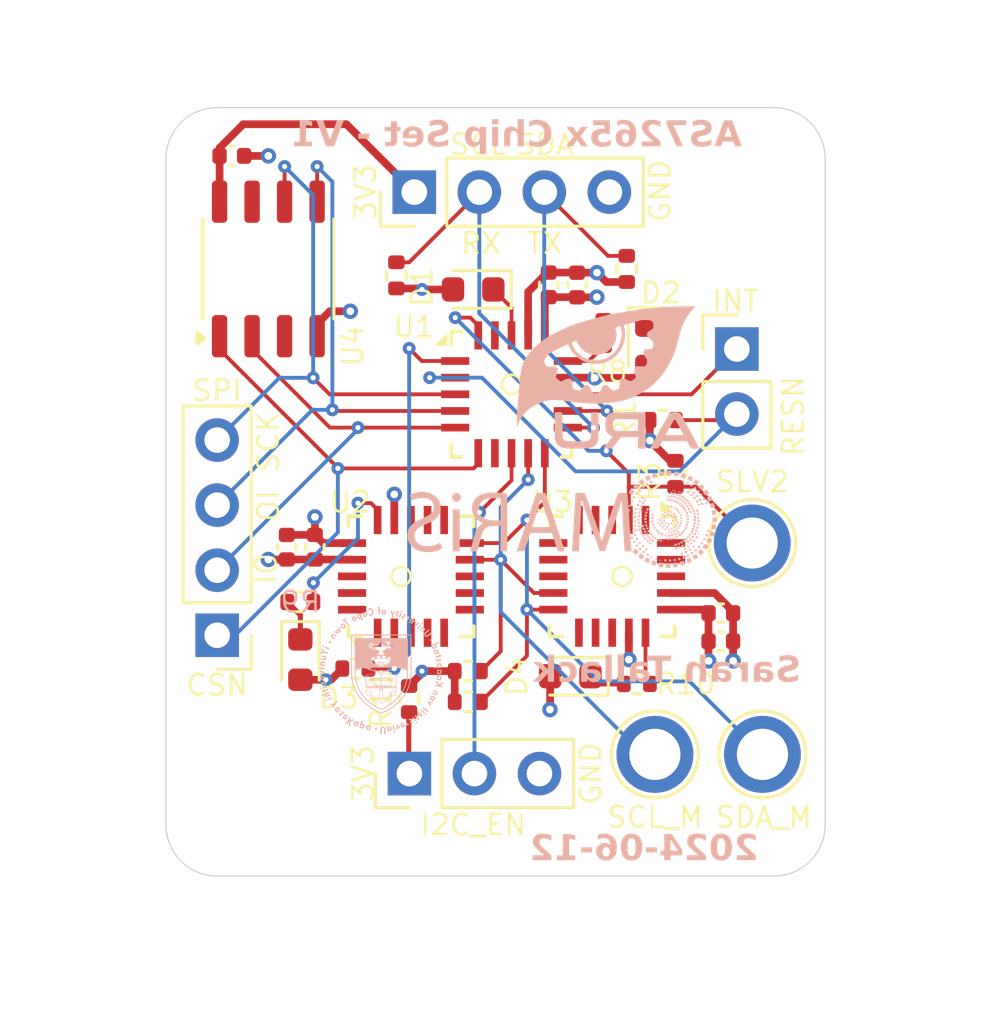
<source format=kicad_pcb>
(kicad_pcb (version 20240108) (generator "pcbnew") (generator_version "8.0")
  (title_block (title "AS7265x Chip Set") (date "2024-06-12") (rev "1") (company "University of Cape Town") (comment 1 "Sarah Tallack"))
  (layers (0 "F.Cu" signal) (1 "In1.Cu" power) (2 "In2.Cu" power) (31 "B.Cu" signal) (34 "B.Paste" user) (35 "F.Paste" user) (36 "B.SilkS" user "B.Silkscreen") (37 "F.SilkS" user "F.Silkscreen") (38 "B.Mask" user) (39 "F.Mask" user) (44 "Edge.Cuts" user))
  (net 0 "")
  (net 1 "+3.3V")
  (net 2 "GND")
  (net 3 "/LED_IND_1")
  (net 4 "Net-(D2-K)")
  (net 5 "Net-(D3-K)")
  (net 6 "Net-(D4-K)")
  (net 7 "/I2C_EN")
  (net 8 "/SDA{slash}TX")
  (net 9 "/SCL{slash}RX")
  (net 10 "/SCL_M")
  (net 11 "/SDA_M")
  (net 12 "/RESN")
  (net 13 "/CSN_EE")
  (net 14 "/SPI_MOSI")
  (net 15 "/SPI_MISO")
  (net 16 "/SPI_SCK")
  (net 17 "/INT")
  (net 18 "/SLV1_RESN")
  (net 19 "/SLV2_RESN")
  (net 20 "/LED_DRV_1")
  (net 21 "/LED_DRV_2")
  (net 22 "/LED_DRV_3")
  (net 42 "Net-(J5-Pin_1)")
  (footprint "Capacitor_SMD:C_0402_1005Metric" (layer "F.Cu") (at 149.161161 88.053742 -90)
    (property "Reference" "C2" (hide yes))
    (property "Value" "1uF")
    (pad "1" smd roundrect (at -0.48 0 270) (size 0.56 0.62) (layers "F.Cu" "F.Paste" "F.Mask") (net 1 "+3.3V"))
    (pad "2" smd roundrect (at 0.48 0 270) (size 0.56 0.62) (layers "F.Cu" "F.Paste" "F.Mask") (net 2 "GND"))
  )
  (footprint "Package_SO:SOP-8_3.9x4.9mm_P1.27mm" (layer "F.Cu") (at 137.104424 87.427324 90)
    (property "Reference" "U4" (at -3 3.3 -90) (layer "F.SilkS") (effects (font (size 0.8 0.8) (thickness 0.1))))
    (property "Value" "XT25F04D")
    (pad "1" smd roundrect (at -2.625 -1.905 90) (size 1.65 0.6) (layers "F.Cu" "F.Paste" "F.Mask") (net 13 "/CSN_EE"))
    (pad "2" smd roundrect (at -2.625 -0.635 90) (size 1.65 0.6) (layers "F.Cu" "F.Paste" "F.Mask") (net 15 "/SPI_MISO"))
    (pad "3" smd roundrect (at -2.625 0.635 90) (size 1.65 0.6) (layers "F.Cu" "F.Paste" "F.Mask"))
    (pad "4" smd roundrect (at -2.625 1.905 90) (size 1.65 0.6) (layers "F.Cu" "F.Paste" "F.Mask") (net 2 "GND"))
    (pad "5" smd roundrect (at 2.625 1.905 90) (size 1.65 0.6) (layers "F.Cu" "F.Paste" "F.Mask") (net 14 "/SPI_MOSI"))
    (pad "6" smd roundrect (at 2.625 0.635 90) (size 1.65 0.6) (layers "F.Cu" "F.Paste" "F.Mask") (net 16 "/SPI_SCK"))
    (pad "7" smd roundrect (at 2.625 -0.635 90) (size 1.65 0.6) (layers "F.Cu" "F.Paste" "F.Mask"))
    (pad "8" smd roundrect (at 2.625 -1.905 90) (size 1.65 0.6) (layers "F.Cu" "F.Paste" "F.Mask") (net 1 "+3.3V"))
  )
  (footprint "Resistor_SMD:R_0402_1005Metric" (layer "F.Cu") (at 150.204424 89.927324 90)
    (property "Reference" "R8" (at -1.515055 0.143308 0) (layer "F.SilkS") (effects (font (size 0.8 0.8) (thickness 0.1))))
    (property "Value" "220")
    (pad "1" smd roundrect (at -0.51 0 90) (size 0.54 0.64) (layers "F.Cu" "F.Paste" "F.Mask") (net 20 "/LED_DRV_1"))
    (pad "2" smd roundrect (at 0.51 0 90) (size 0.54 0.64) (layers "F.Cu" "F.Paste" "F.Mask") (net 4 "Net-(D2-K)"))
  )
  (footprint "Resistor_SMD:R_0402_1005Metric" (layer "F.Cu") (at 140.504424 103.027324)
    (property "Reference" "R2" (hide yes))
    (property "Value" "10k")
    (pad "1" smd roundrect (at -0.51 0) (size 0.54 0.64) (layers "F.Cu" "F.Paste" "F.Mask") (net 1 "+3.3V"))
    (pad "2" smd roundrect (at 0.51 0) (size 0.54 0.64) (layers "F.Cu" "F.Paste" "F.Mask") (net 18 "/SLV1_RESN"))
  )
  (footprint "Resistor_SMD:R_0402_1005Metric" (layer "F.Cu") (at 151.104424 87.427324 -90)
    (property "Reference" "R7" (hide yes))
    (property "Value" "4.7k")
    (pad "1" smd roundrect (at -0.51 0 270) (size 0.54 0.64) (layers "F.Cu" "F.Paste" "F.Mask") (net 8 "/SDA{slash}TX"))
    (pad "2" smd roundrect (at 0.51 0 270) (size 0.54 0.64) (layers "F.Cu" "F.Paste" "F.Mask") (net 1 "+3.3V"))
  )
  (footprint "Resistor_SMD:R_0402_1005Metric" (layer "F.Cu") (at 144.894424 103.127324 180)
    (property "Reference" "R4" (hide yes))
    (property "Value" "4.7k")
    (pad "1" smd roundrect (at -0.51 0 180) (size 0.54 0.64) (layers "F.Cu" "F.Paste" "F.Mask") (net 10 "/SCL_M"))
    (pad "2" smd roundrect (at 0.51 0 180) (size 0.54 0.64) (layers "F.Cu" "F.Paste" "F.Mask") (net 1 "+3.3V"))
  )
  (footprint "Capacitor_SMD:C_0402_1005Metric" (layer "F.Cu") (at 138.923707 98.289134 90)
    (property "Reference" "C3" (hide yes))
    (property "Value" "100nF")
    (pad "1" smd roundrect (at -0.48 0 90) (size 0.56 0.62) (layers "F.Cu" "F.Paste" "F.Mask") (net 1 "+3.3V"))
    (pad "2" smd roundrect (at 0.48 0 90) (size 0.56 0.62) (layers "F.Cu" "F.Paste" "F.Mask") (net 2 "GND"))
  )
  (footprint "Diode_SMD:D_0603_1608Metric" (layer "F.Cu") (at 148.899424 103.327324 180)
    (property "Reference" "D4" (at 2.095 0 -90) (layer "F.SilkS") (effects (font (size 0.8 0.8) (thickness 0.1))))
    (property "Value" "WH")
    (pad "1" smd roundrect (at -0.7875 0 180) (size 0.875 0.95) (layers "F.Cu" "F.Paste" "F.Mask") (net 6 "Net-(D4-K)"))
    (pad "2" smd roundrect (at 0.7875 0 180) (size 0.875 0.95) (layers "F.Cu" "F.Paste" "F.Mask") (net 1 "+3.3V"))
  )
  (footprint "Resistor_SMD:R_0402_1005Metric" (layer "F.Cu") (at 152.504424 93.327324)
    (property "Reference" "R1" (at -1.470261 0.001487 90) (layer "F.SilkS") (effects (font (size 0.8 0.8) (thickness 0.1))))
    (property "Value" "10k")
    (pad "1" smd roundrect (at -0.51 0) (size 0.54 0.64) (layers "F.Cu" "F.Paste" "F.Mask") (net 1 "+3.3V"))
    (pad "2" smd roundrect (at 0.51 0) (size 0.54 0.64) (layers "F.Cu" "F.Paste" "F.Mask") (net 12 "/RESN"))
  )
  (footprint "TestPoint:TestPoint_Plated_Hole_D2.0mm" (layer "F.Cu") (at 156.004424 98.127324)
    (property "Reference" "TP4" (hide yes))
    (property "Value" "TestPoint")
    (pad "1" thru_hole circle (at 0 0) (size 3 3) (drill 2) (layers "*.Cu" "*.Mask") (net 19 "/SLV2_RESN"))
  )
  (footprint "Connector_PinHeader_2.54mm:PinHeader_1x04_P2.54mm_Vertical" (layer "F.Cu") (at 142.804424 84.427324 90)
    (property "Reference" "J1" (hide yes))
    (property "Value" "Conn_01x04_Pin")
    (pad "1" thru_hole rect (at 0 0 90) (size 1.7 1.7) (drill 1) (layers "*.Cu" "*.Mask") (net 1 "+3.3V"))
    (pad "2" thru_hole oval (at 0 2.54 90) (size 1.7 1.7) (drill 1) (layers "*.Cu" "*.Mask") (net 9 "/SCL{slash}RX"))
    (pad "3" thru_hole oval (at 0 5.08 90) (size 1.7 1.7) (drill 1) (layers "*.Cu" "*.Mask") (net 8 "/SDA{slash}TX"))
    (pad "4" thru_hole oval (at 0 7.62 90) (size 1.7 1.7) (drill 1) (layers "*.Cu" "*.Mask") (net 2 "GND"))
  )
  (footprint "Resistor_SMD:R_0402_1005Metric" (layer "F.Cu") (at 142.104424 87.677324 -90)
    (property "Reference" "R6" (hide yes))
    (property "Value" "4.7k")
    (pad "1" smd roundrect (at -0.51 0 270) (size 0.54 0.64) (layers "F.Cu" "F.Paste" "F.Mask") (net 9 "/SCL{slash}RX"))
    (pad "2" smd roundrect (at 0.51 0 270) (size 0.54 0.64) (layers "F.Cu" "F.Paste" "F.Mask") (net 1 "+3.3V"))
  )
  (footprint "Resistor_SMD:R_0402_1005Metric" (layer "F.Cu") (at 142.604424 104.217324 -90)
    (property "Reference" "R11" (at 0.01 1.1 90) (layer "F.SilkS") (effects (font (size 0.8 0.8) (thickness 0.1))))
    (property "Value" "10k")
    (pad "1" smd roundrect (at -0.51 0 270) (size 0.54 0.64) (layers "F.Cu" "F.Paste" "F.Mask") (net 1 "+3.3V"))
    (pad "2" smd roundrect (at 0.51 0 270) (size 0.54 0.64) (layers "F.Cu" "F.Paste" "F.Mask") (net 42 "Net-(J5-Pin_1)"))
  )
  (footprint "Connector_PinHeader_2.54mm:PinHeader_1x03_P2.54mm_Vertical" (layer "F.Cu") (at 142.614424 107.127324 90)
    (property "Reference" "J5" (hide yes))
    (property "Value" "Conn_01x03_Pin")
    (pad "1" thru_hole rect (at 0 0 90) (size 1.7 1.7) (drill 1) (layers "*.Cu" "*.Mask") (net 42 "Net-(J5-Pin_1)"))
    (pad "2" thru_hole oval (at 0 2.54 90) (size 1.7 1.7) (drill 1) (layers "*.Cu" "*.Mask") (net 7 "/I2C_EN"))
    (pad "3" thru_hole oval (at 0 5.08 90) (size 1.7 1.7) (drill 1) (layers "*.Cu" "*.Mask") (net 2 "GND"))
  )
  (footprint "Capacitor_SMD:C_0402_1005Metric" (layer "F.Cu") (at 154.778239 101.962697 180)
    (property "Reference" "C6" (hide yes))
    (property "Value" "1uF")
    (pad "1" smd roundrect (at -0.48 0 180) (size 0.56 0.62) (layers "F.Cu" "F.Paste" "F.Mask") (net 1 "+3.3V"))
    (pad "2" smd roundrect (at 0.48 0 180) (size 0.56 0.62) (layers "F.Cu" "F.Paste" "F.Mask") (net 2 "GND"))
  )
  (footprint "Connector_PinHeader_2.54mm:PinHeader_1x02_P2.54mm_Vertical" (layer "F.Cu") (at 155.404424 90.552324)
    (property "Reference" "J3" (hide yes))
    (property "Value" "Conn_01x02_Pin")
    (pad "1" thru_hole rect (at 0 0) (size 1.7 1.7) (drill 1) (layers "*.Cu" "*.Mask") (net 17 "/INT"))
    (pad "2" thru_hole oval (at 0 2.54) (size 1.7 1.7) (drill 1) (layers "*.Cu" "*.Mask") (net 12 "/RESN"))
  )
  (footprint "Diode_SMD:D_0603_1608Metric" (layer "F.Cu") (at 151.904424 90.427324 -90)
    (property "Reference" "D2" (at -2.06803 -0.530483 180) (layer "F.SilkS") (effects (font (size 0.8 0.8) (thickness 0.1))))
    (property "Value" "WH")
    (pad "1" smd roundrect (at -0.7875 0 270) (size 0.875 0.95) (layers "F.Cu" "F.Paste" "F.Mask") (net 4 "Net-(D2-K)"))
    (pad "2" smd roundrect (at 0.7875 0 270) (size 0.875 0.95) (layers "F.Cu" "F.Paste" "F.Mask") (net 1 "+3.3V"))
  )
  (footprint "MountingHole:MountingHole_2.2mm_M2" (layer "F.Cu") (at 155.860039 84.117202)
    (property "Reference" "REF**" (hide yes))
    (property "Value" "MountingHole_2.2mm_M2")
    (pad "" np_thru_hole circle (at 0 0) (size 2.2 2.2) (drill 2.2) (layers "*.Mask" "F.Cu" "In1.Cu" "In2.Cu" "B.Cu"))
  )
  (footprint "Diode_SMD:D_0603_1608Metric" (layer "F.Cu") (at 138.354424 102.677324 -90)
    (property "Reference" "D3" (at 1.5 -1.5 180) (layer "F.SilkS") (effects (font (size 0.8 0.8) (thickness 0.1))))
    (property "Value" "WH")
    (pad "1" smd roundrect (at -0.7875 0 270) (size 0.875 0.95) (layers "F.Cu" "F.Paste" "F.Mask") (net 5 "Net-(D3-K)"))
    (pad "2" smd roundrect (at 0.7875 0 270) (size 0.875 0.95) (layers "F.Cu" "F.Paste" "F.Mask") (net 1 "+3.3V"))
  )
  (footprint "Resistor_SMD:R_0402_1005Metric" (layer "F.Cu") (at 144.894424 104.327324 180)
    (property "Reference" "R5" (hide yes))
    (property "Value" "4.7k")
    (pad "1" smd roundrect (at -0.51 0 180) (size 0.54 0.64) (layers "F.Cu" "F.Paste" "F.Mask") (net 11 "/SDA_M"))
    (pad "2" smd roundrect (at 0.51 0 180) (size 0.54 0.64) (layers "F.Cu" "F.Paste" "F.Mask") (net 1 "+3.3V"))
  )
  (footprint "Sarah_Library:AMS_AS7265x_LGA-20_4.7x4.5mm_P0.65mm" (layer "F.Cu") (at 142.279424 99.427324 90)
    (property "Reference" "U2" (at 2.9 -1.975 180) (layer "F.SilkS") (effects (font (size 0.8 0.8) (thickness 0.1))))
    (property "Value" "AS72652")
    (pad "1" smd rect (at -2.201535 -0.906433 180) (size 0.3 1.1) (layers "F.Cu" "F.Paste" "F.Mask"))
    (pad "2" smd rect (at -2.201535 -0.256433 180) (size 0.3 1.1) (layers "F.Cu" "F.Paste" "F.Mask") (net 18 "/SLV1_RESN"))
    (pad "3" smd rect (at -2.201535 0.393567 180) (size 0.3 1.1) (layers "F.Cu" "F.Paste" "F.Mask"))
    (pad "4" smd rect (at -2.201535 1.043567 180) (size 0.3 1.1) (layers "F.Cu" "F.Paste" "F.Mask"))
    (pad "5" smd rect (at -2.201535 1.693567 180) (size 0.3 1.1) (layers "F.Cu" "F.Paste" "F.Mask"))
    (pad "6" smd rect (at -1.301535 2.693567 90) (size 0.3 1.1) (layers "F.Cu" "F.Paste" "F.Mask"))
    (pad "7" smd rect (at -0.651535 2.693567 90) (size 0.3 1.1) (layers "F.Cu" "F.Paste" "F.Mask"))
    (pad "8" smd rect (at -0.001535 2.693567 90) (size 0.3 1.1) (layers "F.Cu" "F.Paste" "F.Mask"))
    (pad "9" smd rect (at 0.648465 2.693567 90) (size 0.3 1.1) (layers "F.Cu" "F.Paste" "F.Mask") (net 10 "/SCL_M"))
    (pad "10" smd rect (at 1.298465 2.693567 90) (size 0.3 1.1) (layers "F.Cu" "F.Paste" "F.Mask") (net 11 "/SDA_M"))
    (pad "11" smd rect (at 2.198465 1.693567 180) (size 0.3 1.1) (layers "F.Cu" "F.Paste" "F.Mask"))
    (pad "12" smd rect (at 2.198465 1.043567 180) (size 0.3 1.1) (layers "F.Cu" "F.Paste" "F.Mask"))
    (pad "13" smd rect (at 2.198465 0.393567 180) (size 0.3 1.1) (layers "F.Cu" "F.Paste" "F.Mask"))
    (pad "14" smd rect (at 2.198465 -0.256433 180) (size 0.3 1.1) (layers "F.Cu" "F.Paste" "F.Mask") (net 1 "+3.3V"))
    (pad "15" smd rect (at 2.198465 -0.906433 180) (size 0.3 1.1) (layers "F.Cu" "F.Paste" "F.Mask") (net 21 "/LED_DRV_2"))
    (pad "16" smd rect (at 1.298465 -1.906433 90) (size 0.3 1.1) (layers "F.Cu" "F.Paste" "F.Mask") (net 2 "GND"))
    (pad "17" smd rect (at 0.648465 -1.906433 90) (size 0.3 1.1) (layers "F.Cu" "F.Paste" "F.Mask") (net 1 "+3.3V"))
    (pad "18" smd rect (at -0.001535 -1.906433 90) (size 0.3 1.1) (layers "F.Cu" "F.Paste" "F.Mask"))
    (pad "19" smd rect (at -0.651535 -1.906433 90) (size 0.3 1.1) (layers "F.Cu" "F.Paste" "F.Mask"))
    (pad "20" smd rect (at -1.301535 -1.906433 90) (size 0.3 1.1) (layers "F.Cu" "F.Paste" "F.Mask"))
  )
  (footprint "Capacitor_SMD:C_0402_1005Metric" (layer "F.Cu") (at 135.67794 83.013078)
    (property "Reference" "C7" (hide yes))
    (property "Value" "1uF")
    (pad "1" smd roundrect (at -0.48 0) (size 0.56 0.62) (layers "F.Cu" "F.Paste" "F.Mask") (net 1 "+3.3V"))
    (pad "2" smd roundrect (at 0.48 0) (size 0.56 0.62) (layers "F.Cu" "F.Paste" "F.Mask") (net 2 "GND"))
  )
  (footprint "TestPoint:TestPoint_Plated_Hole_D2.0mm" (layer "F.Cu") (at 152.204424 106.377324)
    (property "Reference" "TP1" (hide yes))
    (property "Value" "TestPoint")
    (pad "1" thru_hole circle (at 0 0) (size 3 3) (drill 2) (layers "*.Cu" "*.Mask") (net 10 "/SCL_M"))
  )
  (footprint "MountingHole:MountingHole_2.2mm_M2" (layer "F.Cu") (at 136.104424 108.127324)
    (property "Reference" "REF**" (hide yes))
    (property "Value" "MountingHole_2.2mm_M2")
    (pad "" np_thru_hole circle (at 0 0) (size 2.2 2.2) (drill 2.2) (layers "*.Mask" "F.Cu" "In1.Cu" "In2.Cu" "B.Cu"))
  )
  (footprint "Capacitor_SMD:C_0402_1005Metric" (layer "F.Cu") (at 137.823707 98.289134 90)
    (property "Reference" "C4" (hide yes))
    (property "Value" "1uF")
    (pad "1" smd roundrect (at -0.48 0 90) (size 0.56 0.62) (layers "F.Cu" "F.Paste" "F.Mask") (net 1 "+3.3V"))
    (pad "2" smd roundrect (at 0.48 0 90) (size 0.56 0.62) (layers "F.Cu" "F.Paste" "F.Mask") (net 2 "GND"))
  )
  (footprint "Capacitor_SMD:C_0402_1005Metric" (layer "F.Cu") (at 154.778239 100.862697 180)
    (property "Reference" "C5" (hide yes))
    (property "Value" "100nF")
    (pad "1" smd roundrect (at -0.48 0 180) (size 0.56 0.62) (layers "F.Cu" "F.Paste" "F.Mask") (net 1 "+3.3V"))
    (pad "2" smd roundrect (at 0.48 0 180) (size 0.56 0.62) (layers "F.Cu" "F.Paste" "F.Mask") (net 2 "GND"))
  )
  (footprint "Sarah_Library:AMS_AS7265x_LGA-20_4.7x4.5mm_P0.65mm" (layer "F.Cu") (at 150.929424 99.427324 -90)
    (property "Reference" "U3" (at -2.9 2.725 0) (layer "F.SilkS") (effects (font (size 0.8 0.8) (thickness 0.1))))
    (property "Value" "AS72653")
    (pad "1" smd rect (at -2.201535 -0.906433) (size 0.3 1.1) (layers "F.Cu" "F.Paste" "F.Mask"))
    (pad "2" smd rect (at -2.201535 -0.256433) (size 0.3 1.1) (layers "F.Cu" "F.Paste" "F.Mask") (net 19 "/SLV2_RESN"))
    (pad "3" smd rect (at -2.201535 0.393567) (size 0.3 1.1) (layers "F.Cu" "F.Paste" "F.Mask"))
    (pad "4" smd rect (at -2.201535 1.043567) (size 0.3 1.1) (layers "F.Cu" "F.Paste" "F.Mask"))
    (pad "5" smd rect (at -2.201535 1.693567) (size 0.3 1.1) (layers "F.Cu" "F.Paste" "F.Mask"))
    (pad "6" smd rect (at -1.301535 2.693567 270) (size 0.3 1.1) (layers "F.Cu" "F.Paste" "F.Mask"))
    (pad "7" smd rect (at -0.651535 2.693567 270) (size 0.3 1.1) (layers "F.Cu" "F.Paste" "F.Mask"))
    (pad "8" smd rect (at -0.001535 2.693567 270) (size 0.3 1.1) (layers "F.Cu" "F.Paste" "F.Mask"))
    (pad "9" smd rect (at 0.648465 2.693567 270) (size 0.3 1.1) (layers "F.Cu" "F.Paste" "F.Mask") (net 10 "/SCL_M"))
    (pad "10" smd rect (at 1.298465 2.693567 270) (size 0.3 1.1) (layers "F.Cu" "F.Paste" "F.Mask") (net 11 "/SDA_M"))
    (pad "11" smd rect (at 2.198465 1.693567) (size 0.3 1.1) (layers "F.Cu" "F.Paste" "F.Mask"))
    (pad "12" smd rect (at 2.198465 1.043567) (size 0.3 1.1) (layers "F.Cu" "F.Paste" "F.Mask"))
    (pad "13" smd rect (at 2.198465 0.393567) (size 0.3 1.1) (layers "F.Cu" "F.Paste" "F.Mask"))
    (pad "14" smd rect (at 2.198465 -0.256433) (size 0.3 1.1) (layers "F.Cu" "F.Paste" "F.Mask") (net 1 "+3.3V"))
    (pad "15" smd rect (at 2.198465 -0.906433) (size 0.3 1.1) (layers "F.Cu" "F.Paste" "F.Mask") (net 22 "/LED_DRV_3"))
    (pad "16" smd rect (at 1.298465 -1.906433 270) (size 0.3 1.1) (layers "F.Cu" "F.Paste" "F.Mask") (net 2 "GND"))
    (pad "17" smd rect (at 0.648465 -1.906433 270) (size 0.3 1.1) (layers "F.Cu" "F.Paste" "F.Mask") (net 1 "+3.3V"))
    (pad "18" smd rect (at -0.001535 -1.906433 270) (size 0.3 1.1) (layers "F.Cu" "F.Paste" "F.Mask"))
    (pad "19" smd rect (at -0.651535 -1.906433 270) (size 0.3 1.1) (layers "F.Cu" "F.Paste" "F.Mask"))
    (pad "20" smd rect (at -1.301535 -1.906433 270) (size 0.3 1.1) (layers "F.Cu" "F.Paste" "F.Mask"))
  )
  (footprint "Connector_PinHeader_2.54mm:PinHeader_1x04_P2.54mm_Vertical" (layer "F.Cu") (at 135.104424 101.727324 180)
    (property "Reference" "J4" (hide yes))
    (property "Value" "Conn_01x04_Pin")
    (pad "1" thru_hole rect (at 0 0 180) (size 1.7 1.7) (drill 1) (layers "*.Cu" "*.Mask") (net 13 "/CSN_EE"))
    (pad "2" thru_hole oval (at 0 2.54 180) (size 1.7 1.7) (drill 1) (layers "*.Cu" "*.Mask") (net 15 "/SPI_MISO"))
    (pad "3" thru_hole oval (at 0 5.08 180) (size 1.7 1.7) (drill 1) (layers "*.Cu" "*.Mask") (net 14 "/SPI_MOSI"))
    (pad "4" thru_hole oval (at 0 7.62 180) (size 1.7 1.7) (drill 1) (layers "*.Cu" "*.Mask") (net 16 "/SPI_SCK"))
  )
  (footprint "TestPoint:TestPoint_Plated_Hole_D2.0mm" (layer "F.Cu") (at 156.404424 106.377324)
    (property "Reference" "TP2" (hide yes))
    (property "Value" "TestPoint")
    (pad "1" thru_hole circle (at 0 0) (size 3 3) (drill 2) (layers "*.Cu" "*.Mask") (net 11 "/SDA_M"))
  )
  (footprint "Sarah_Library:AMS_AS7265x_LGA-20_4.7x4.5mm_P0.65mm" (layer "F.Cu") (at 146.604424 91.927324)
    (property "Reference" "U1" (at -3.812039 -2.23556 0) (layer "F.SilkS") (effects (font (size 0.8 0.8) (thickness 0.1))))
    (property "Value" "AS72651")
    (pad "1" smd rect (at -2.201535 -0.906433 90) (size 0.3 1.1) (layers "F.Cu" "F.Paste" "F.Mask") (net 18 "/SLV1_RESN"))
    (pad "2" smd rect (at -2.201535 -0.256433 90) (size 0.3 1.1) (layers "F.Cu" "F.Paste" "F.Mask") (net 12 "/RESN"))
    (pad "3" smd rect (at -2.201535 0.393567 90) (size 0.3 1.1) (layers "F.Cu" "F.Paste" "F.Mask") (net 16 "/SPI_SCK"))
    (pad "4" smd rect (at -2.201535 1.043567 90) (size 0.3 1.1) (layers "F.Cu" "F.Paste" "F.Mask") (net 14 "/SPI_MOSI"))
    (pad "5" smd rect (at -2.201535 1.693567 90) (size 0.3 1.1) (layers "F.Cu" "F.Paste" "F.Mask") (net 15 "/SPI_MISO"))
    (pad "6" smd rect (at -1.301535 2.693567) (size 0.3 1.1) (layers "F.Cu" "F.Paste" "F.Mask") (net 13 "/CSN_EE"))
    (pad "7" smd rect (at -0.651535 2.693567) (size 0.3 1.1) (layers "F.Cu" "F.Paste" "F.Mask"))
    (pad "8" smd rect (at -0.001535 2.693567) (size 0.3 1.1) (layers "F.Cu" "F.Paste" "F.Mask") (net 7 "/I2C_EN"))
    (pad "9" smd rect (at 0.648465 2.693567) (size 0.3 1.1) (layers "F.Cu" "F.Paste" "F.Mask") (net 10 "/SCL_M"))
    (pad "10" smd rect (at 1.298465 2.693567) (size 0.3 1.1) (layers "F.Cu" "F.Paste" "F.Mask") (net 11 "/SDA_M"))
    (pad "11" smd rect (at 2.198465 1.693567 90) (size 0.3 1.1) (layers "F.Cu" "F.Paste" "F.Mask") (net 9 "/SCL{slash}RX"))
    (pad "12" smd rect (at 2.198465 1.043567 90) (size 0.3 1.1) (layers "F.Cu" "F.Paste" "F.Mask") (net 8 "/SDA{slash}TX"))
    (pad "13" smd rect (at 2.198465 0.393567 90) (size 0.3 1.1) (layers "F.Cu" "F.Paste" "F.Mask") (net 17 "/INT"))
    (pad "14" smd rect (at 2.198465 -0.256433 90) (size 0.3 1.1) (layers "F.Cu" "F.Paste" "F.Mask") (net 1 "+3.3V"))
    (pad "15" smd rect (at 2.198465 -0.906433 90) (size 0.3 1.1) (layers "F.Cu" "F.Paste" "F.Mask") (net 20 "/LED_DRV_1"))
    (pad "16" smd rect (at 1.298465 -1.906433) (size 0.3 1.1) (layers "F.Cu" "F.Paste" "F.Mask") (net 2 "GND"))
    (pad "17" smd rect (at 0.648465 -1.906433) (size 0.3 1.1) (layers "F.Cu" "F.Paste" "F.Mask") (net 1 "+3.3V"))
    (pad "18" smd rect (at -0.001535 -1.906433) (size 0.3 1.1) (layers "F.Cu" "F.Paste" "F.Mask") (net 3 "/LED_IND_1"))
    (pad "19" smd rect (at -0.651535 -1.906433) (size 0.3 1.1) (layers "F.Cu" "F.Paste" "F.Mask"))
    (pad "20" smd rect (at -1.301535 -1.906433) (size 0.3 1.1) (layers "F.Cu" "F.Paste" "F.Mask") (net 19 "/SLV2_RESN"))
  )
  (footprint "Resistor_SMD:R_0402_1005Metric" (layer "F.Cu") (at 151.499424 103.627324 180)
    (property "Reference" "R10" (at -1.905 0 180) (layer "F.SilkS") (effects (font (size 0.8 0.8) (thickness 0.1))))
    (property "Value" "220")
    (pad "1" smd roundrect (at -0.51 0 180) (size 0.54 0.64) (layers "F.Cu" "F.Paste" "F.Mask") (net 22 "/LED_DRV_3"))
    (pad "2" smd roundrect (at 0.51 0 180) (size 0.54 0.64) (layers "F.Cu" "F.Paste" "F.Mask") (net 6 "Net-(D4-K)"))
  )
  (footprint "Capacitor_SMD:C_0402_1005Metric" (layer "F.Cu") (at 148.054424 88.047324 -90)
    (property "Reference" "C1" (hide yes))
    (property "Value" "100nF")
    (pad "1" smd roundrect (at -0.48 0 270) (size 0.56 0.62) (layers "F.Cu" "F.Paste" "F.Mask") (net 1 "+3.3V"))
    (pad "2" smd roundrect (at 0.48 0 270) (size 0.56 0.62) (layers "F.Cu" "F.Paste" "F.Mask") (net 2 "GND"))
  )
  (footprint "Diode_SMD:D_0603_1608Metric" (layer "F.Cu") (at 145.104424 88.227324 180)
    (property "Reference" "D1" (at 2 0.1 -90) (layer "F.SilkS") (effects (font (size 0.8 0.8) (thickness 0.1))))
    (property "Value" "RED")
    (pad "1" smd roundrect (at -0.7875 0 180) (size 0.875 0.95) (layers "F.Cu" "F.Paste" "F.Mask") (net 3 "/LED_IND_1"))
    (pad "2" smd roundrect (at 0.7875 0 180) (size 0.875 0.95) (layers "F.Cu" "F.Paste" "F.Mask") (net 1 "+3.3V"))
  )
  (footprint "Resistor_SMD:R_0402_1005Metric" (layer "F.Cu") (at 138.354424 100.427324 180)
    (property "Reference" "R9" (at 0 0 180) (layer "B.SilkS") (effects (font (size 0.8 0.8) (thickness 0.1)) (justify mirror)))
    (property "Value" "220")
    (pad "1" smd roundrect (at -0.51 0 180) (size 0.54 0.64) (layers "F.Cu" "F.Paste" "F.Mask") (net 21 "/LED_DRV_2"))
    (pad "2" smd roundrect (at 0.51 0 180) (size 0.54 0.64) (layers "F.Cu" "F.Paste" "F.Mask") (net 5 "Net-(D3-K)"))
  )
  (footprint "Resistor_SMD:R_0402_1005Metric" (layer "F.Cu") (at 153.004424 95.427324 -90)
    (property "Reference" "R3" (at 0.3 1 90) (layer "F.SilkS") (effects (font (size 0.8 0.8) (thickness 0.1))))
    (property "Value" "10k")
    (pad "1" smd roundrect (at -0.51 0 270) (size 0.54 0.64) (layers "F.Cu" "F.Paste" "F.Mask") (net 1 "+3.3V"))
    (pad "2" smd roundrect (at 0.51 0 270) (size 0.54 0.64) (layers "F.Cu" "F.Paste" "F.Mask") (net 19 "/SLV2_RESN"))
  )
  (footprint "Logos:MARiS_4mm" (layer "B.Cu") (at 148.504424 97.227324 180)
    (property "Reference" "G***" (hide yes))
    (property "Value" "LOGO" (hide yes))
  )
  (footprint "Logos:ARU_6mm" (layer "B.Cu") (at 150.604424 91.727324 180)
    (property "Reference" "G***" (hide yes))
    (property "Value" "LOGO" (hide yes))
  )
  (footprint "Logos:UCT_5mm" (layer "B.Cu") (at 141.478602 103.09266 180)
    (property "Reference" "G***" (hide yes))
    (property "Value" "LOGO" (hide yes))
  )
  (gr_line (start 135.104424 81.127324) (end 156.854424 81.127324) (stroke (width 0.05)) (layer "Edge.Cuts"))
  (gr_line (start 133.104424 109.127324) (end 133.104424 83.127324) (stroke (width 0.05)) (layer "Edge.Cuts"))
  (gr_arc (start 133.104424 83.127324) (mid 133.690203 81.713103) (end 135.104424 81.127324) (stroke (width 0.05)) (layer "Edge.Cuts"))
  (gr_line (start 158.854424 83.127324) (end 158.854424 109.127324) (stroke (width 0.05)) (layer "Edge.Cuts"))
  (gr_arc (start 156.854424 81.127324) (mid 158.268638 81.71311) (end 158.854424 83.127324) (stroke (width 0.05)) (layer "Edge.Cuts"))
  (gr_line (start 156.854424 111.127324) (end 135.104424 111.127324) (stroke (width 0.05)) (layer "Edge.Cuts"))
  (gr_arc (start 158.854424 109.127324) (mid 158.268631 110.541531) (end 156.854424 111.127324) (stroke (width 0.05)) (layer "Edge.Cuts"))
  (gr_arc (start 135.104424 111.127324) (mid 133.69021 110.541538) (end 133.104424 109.127324) (stroke (width 0.05)) (layer "Edge.Cuts"))
  (gr_text "${TITLE} - V${REVISION}" (at 155.604424 82.227324 0) (layer "B.SilkS") (effects (font (size 1 1) (thickness 0.2) (bold yes)) (justify left mirror)))
  (gr_text "${ISSUE_DATE}" (at 156.254424 110.677324 0) (layer "B.SilkS") (effects (font (size 1 1) (thickness 0.2) (bold yes)) (justify left bottom mirror)))
  (gr_text "${COMMENT1}" (at 157.904424 103.127324 0) (layer "B.SilkS") (effects (font (size 1 1) (thickness 0.15) (bold yes)) (justify left mirror)))
  (gr_text "GND" (at 152.404424 84.374497 90) (layer "F.SilkS") (effects (font (size 0.8 0.8) (thickness 0.1))))
  (gr_text "SCL" (at 145.304424 82.577324 0) (layer "F.SilkS") (effects (font (size 0.8 0.8) (thickness 0.1))))
  (gr_text "SDA_M" (at 156.454424 108.827324 0) (layer "F.SilkS") (effects (font (size 0.8 0.8) (thickness 0.1))))
  (gr_text "SLV2" (at 156.004424 95.727324 0) (layer "F.SilkS") (effects (font (size 0.8 0.8) (thickness 0.1))))
  (gr_text "RESN" (at 157.604424 93.177324 90) (layer "F.SilkS") (effects (font (size 0.8 0.8) (thickness 0.1))))
  (gr_text "I2C_EN" (at 145.104424 109.127324 0) (layer "F.SilkS") (effects (font (size 0.8 0.8) (thickness 0.1))))
  (gr_text "CSN" (at 135.104424 103.677324 0) (layer "F.SilkS") (effects (font (size 0.8 0.8) (thickness 0.1))))
  (gr_text "INT" (at 155.354424 88.677324 0) (layer "F.SilkS") (effects (font (size 0.8 0.8) (thickness 0.1))))
  (gr_text "TX" (at 147.904424 86.427324 0) (layer "F.SilkS") (effects (font (size 0.8 0.8) (thickness 0.1))))
  (gr_text "3V3" (at 140.804424 107.123683 90) (layer "F.SilkS") (effects (font (size 0.8 0.8) (thickness 0.1))))
  (gr_text "3V3" (at 140.904424 84.427324 90) (layer "F.SilkS") (effects (font (size 0.8 0.8) (thickness 0.1))))
  (gr_text "GND" (at 149.704424 107.127324 90) (layer "F.SilkS") (effects (font (size 0.8 0.8) (thickness 0.1))))
  (gr_text "OI" (at 137.104424 96.677324 90) (layer "F.SilkS") (effects (font (size 0.8 0.8) (thickness 0.1))))
  (gr_text "RX" (at 145.404424 86.427324 0) (layer "F.SilkS") (effects (font (size 0.8 0.8) (thickness 0.1))))
  (gr_text "SCK" (at 137.104424 94.177324 90) (layer "F.SilkS") (effects (font (size 0.8 0.8) (thickness 0.1))))
  (gr_text "SPI" (at 135.104424 92.177324 0) (layer "F.SilkS") (effects (font (size 0.8 0.8) (thickness 0.1))))
  (gr_text "SCL_M" (at 152.204424 108.827324 0) (layer "F.SilkS") (effects (font (size 0.8 0.8) (thickness 0.1))))
  (gr_text "SDA" (at 147.904424 82.577324 0) (layer "F.SilkS") (effects (font (size 0.8 0.8) (thickness 0.1))))
  (gr_text "IO" (at 137.020571 99.130986 90) (layer "F.SilkS") (effects (font (size 0.8 0.8) (thickness 0.1))))
  (segment (start 136.123695 81.777324) (end 140.154424 81.777324) (width 0.3) (layer "F.Cu") (net 1))
  (segment (start 144.384424 103.127324) (end 143.104424 103.127324) (width 0.3) (layer "F.Cu") (net 1))
  (segment (start 142.104424 88.187324) (end 143.064424 88.187324) (width 0.3) (layer "F.Cu") (net 1))
  (segment (start 155.258239 100.862697) (end 155.258239 102.727324) (width 0.3) (layer "F.Cu") (net 1))
  (segment (start 151.441924 91.677324) (end 149.854424 91.677324) (width 0.3) (layer "F.Cu") (net 1))
  (segment (start 152.835857 100.075789) (end 152.839163 100.079095) (width 0.3) (layer "F.Cu") (net 1))
  (segment (start 140.154424 81.777324) (end 142.804424 84.427324) (width 0.3) (layer "F.Cu") (net 1))
  (segment (start 135.19794 82.703079) (end 136.123695 81.777324) (width 0.3) (layer "F.Cu") (net 1))
  (segment (start 135.19794 83.013078) (end 135.19794 82.703079) (width 0.3) (layer "F.Cu") (net 1))
  (segment (start 139.556924 103.464824) (end 139.994424 103.027324) (width 0.3) (layer "F.Cu") (net 1))
  (segment (start 151.104424 87.937324) (end 150.306143 87.937324) (width 0.3) (layer "F.Cu") (net 1))
  (segment (start 135.199424 84.802324) (end 135.199424 83.014562) (width 0.3) (layer "F.Cu") (net 1))
  (segment (start 148.111924 104.619824) (end 148.111924 103.327324) (width 0.3) (layer "F.Cu") (net 1))
  (segment (start 147.252889 88.322013) (end 148.007578 87.567324) (width 0.3) (layer "F.Cu") (net 1))
  (segment (start 152.004424 94.127324) (end 152.794424 94.917324) (width 0.3) (layer "F.Cu") (net 1))
  (segment (start 148.104424 104.627324) (end 148.111924 104.619824) (width 0.3) (layer "F.Cu") (net 1))
  (segment (start 149.154743 87.567324) (end 149.161161 87.573742) (width 0.3) (layer "F.Cu") (net 1))
  (segment (start 148.054424 87.567324) (end 149.154743 87.567324) (width 0.3) (layer "F.Cu") (net 1))
  (segment (start 143.104424 103.127324) (end 143.104424 103.207324) (width 0.3) (layer "F.Cu") (net 1))
  (segment (start 143.104424 103.207324) (end 142.604424 103.707324) (width 0.3) (layer "F.Cu") (net 1))
  (segment (start 135.199424 83.014562) (end 135.19794 83.013078) (width 0.3) (layer "F.Cu") (net 1))
  (segment (start 152.839163 100.079095) (end 154.536195 100.079095) (width 0.3) (layer "F.Cu") (net 1))
  (segment (start 147.252889 90.020891) (end 147.252889 88.322013) (width 0.3) (layer "F.Cu") (net 1))
  (segment (start 148.007578 87.567324) (end 148.054424 87.567324) (width 0.3) (layer "F.Cu") (net 1))
  (segment (start 143.064424 88.187324) (end 143.104424 88.227324) (width 0.3) (layer "F.Cu") (net 1))
  (segment (start 151.994424 93.327324) (end 152.004424 93.337324) (width 0.3) (layer "F.Cu") (net 1))
  (segment (start 142.022991 96.227324) (end 142.022991 97.228859) (width 0.3) (layer "F.Cu") (net 1))
  (segment (start 137.104424 98.769134) (end 137.823707 98.769134) (width 0.3) (layer "F.Cu") (net 1))
  (segment (start 149.940559 87.57174) (end 149.163163 87.57174) (width 0.3) (layer "F.Cu") (net 1))
  (segment (start 152.004424 93.337324) (end 152.004424 94.127324) (width 0.3) (layer "F.Cu") (net 1))
  (segment (start 152.837392 100.077324) (end 152.835857 100.075789) (width 0.3) (layer "F.Cu") (net 1))
  (segment (start 143.104424 88.227324) (end 144.316924 88.227324) (width 0.3) (layer "F.Cu") (net 1))
  (segment (start 144.384424 104.327324) (end 144.384424 103.127324) (width 0.3) (layer "F.Cu") (net 1))
  (segment (start 138.354424 103.464824) (end 139.354424 103.464824) (width 0.3) (layer "F.Cu") (net 1))
  (segment (start 150.306143 87.937324) (end 149.940559 87.57174) (width 0.3) (layer "F.Cu") (net 1))
  (segment (start 149.847991 91.670891) (end 149.854424 91.677324) (width 0.3) (layer "F.Cu") (net 1))
  (segment (start 151.185857 101.625789) (end 151.185857 102.677324) (width 0.3) (layer "F.Cu") (net 1))
  (segment (start 137.823707 98.769134) (end 140.363266 98.769134) (width 0.3) (layer "F.Cu") (net 1))
  (segment (start 154.536195 100.079095) (end 155.184424 100.727324) (width 0.3) (layer "F.Cu") (net 1))
  (segment (start 149.158946 87.575957) (end 149.161161 87.573742) (width 0.3) (layer "F.Cu") (net 1))
  (segment (start 149.163163 87.57174) (end 149.161161 87.573742) (width 0.3) (layer "F.Cu") (net 1))
  (segment (start 152.794424 94.917324) (end 153.004424 94.917324) (width 0.3) (layer "F.Cu") (net 1))
  (segment (start 151.904424 91.214824) (end 151.441924 91.677324) (width 0.3) (layer "F.Cu") (net 1))
  (segment (start 139.354424 103.464824) (end 139.556924 103.464824) (width 0.3) (layer "F.Cu") (net 1))
  (segment (start 148.802889 91.670891) (end 149.847991 91.670891) (width 0.3) (layer "F.Cu") (net 1))
  (segment (start 142.754424 84.477324) (end 142.804424 84.427324) (width 0.3) (layer "F.Cu") (net 1))
  (segment (start 140.363266 98.769134) (end 140.372991 98.778859) (width 0.3) (layer "F.Cu") (net 1))
  (via (at 152.004424 94.127324) (size 0.6) (drill 0.3) (layers "F.Cu" "B.Cu") (net 1))
  (via (at 143.104424 103.127324) (size 0.5) (drill 0.2) (layers "F.Cu" "B.Cu") (net 1))
  (via (at 137.104424 98.769134) (size 0.6) (drill 0.3) (layers "F.Cu" "B.Cu") (net 1))
  (via (at 139.354424 103.464824) (size 0.5) (drill 0.2) (layers "F.Cu" "B.Cu") (net 1))
  (via (at 149.940559 87.57174) (size 0.6) (drill 0.3) (layers "F.Cu" "B.Cu") (net 1))
  (via (at 142.022991 96.227324) (size 0.6) (drill 0.3) (layers "F.Cu" "B.Cu") (net 1))
  (via (at 149.854424 91.677324) (size 0.6) (drill 0.3) (layers "F.Cu" "B.Cu") (net 1))
  (via (at 143.104424 88.227324) (size 0.5) (drill 0.2) (layers "F.Cu" "B.Cu") (net 1))
  (via (at 148.104424 104.627324) (size 0.6) (drill 0.3) (layers "F.Cu" "B.Cu") (net 1))
  (via (at 155.258239 102.727324) (size 0.6) (drill 0.3) (layers "F.Cu" "B.Cu") (net 1))
  (via (at 151.185857 102.677324) (size 0.6) (drill 0.3) (layers "F.Cu" "B.Cu") (net 1))
  (segment (start 142.754424 84.477324) (end 142.804424 84.427324) (width 0.3) (layer "B.Cu") (net 1))
  (segment (start 138.923707 97.108041) (end 138.923707 97.809134) (width 0.3) (layer "F.Cu") (net 2))
  (segment (start 154.304424 102.727324) (end 154.298239 102.721139) (width 0.3) (layer "F.Cu") (net 2))
  (segment (start 149.161161 88.533742) (end 149.929547 88.533742) (width 0.3) (layer "F.Cu") (net 2))
  (segment (start 147.902889 88.678859) (end 148.054424 88.527324) (width 0.3) (layer "F.Cu") (net 2))
  (segment (start 149.929547 88.533742) (end 149.935965 88.527324) (width 0.3) (layer "F.Cu") (net 2))
  (segment (start 149.154424 88.527324) (end 148.054424 88.527324) (width 0.3) (layer "F.Cu") (net 2))
  (segment (start 154.161331 100.725789) (end 152.835857 100.725789) (width 0.3) (layer "F.Cu") (net 2))
  (segment (start 147.902889 88.928691) (end 147.902889 88.678859) (width 0.3) (layer "F.Cu") (net 2))
  (segment (start 139.504424 89.077324) (end 140.304424 89.077324) (width 0.3) (layer "F.Cu") (net 2))
  (segment (start 154.298239 100.862697) (end 154.161331 100.725789) (width 0.3) (layer "F.Cu") (net 2))
  (segment (start 139.009424 90.052324) (end 139.009424 89.572324) (width 0.3) (layer "F.Cu") (net 2))
  (segment (start 147.902889 90.020891) (end 147.902889 88.928691) (width 0.3) (layer "F.Cu") (net 2))
  (segment (start 140.372991 98.128859) (end 139.243432 98.128859) (width 0.3) (layer "F.Cu") (net 2))
  (segment (start 139.009424 89.572324) (end 139.504424 89.077324) (width 0.3) (layer "F.Cu") (net 2))
  (segment (start 136.15794 83.013078) (end 137.104424 83.013078) (width 0.3) (layer "F.Cu") (net 2))
  (segment (start 139.243432 98.128859) (end 138.923707 97.809134) (width 0.3) (layer "F.Cu") (net 2))
  (segment (start 154.298239 102.721139) (end 154.298239 100.862697) (width 0.3) (layer "F.Cu") (net 2))
  (segment (start 137.823707 97.809134) (end 138.923707 97.809134) (width 0.3) (layer "F.Cu") (net 2))
  (via (at 154.304424 102.727324) (size 0.6) (drill 0.3) (layers "F.Cu" "B.Cu") (net 2))
  (via (at 140.304424 89.077324) (size 0.6) (drill 0.3) (layers "F.Cu" "B.Cu") (net 2))
  (via (at 137.104424 83.013078) (size 0.6) (drill 0.3) (layers "F.Cu" "B.Cu") (net 2))
  (via (at 138.923707 97.108041) (size 0.6) (drill 0.3) (layers "F.Cu" "B.Cu") (net 2))
  (via (at 149.935965 88.527324) (size 0.6) (drill 0.3) (layers "F.Cu" "B.Cu") (net 2))
  (segment (start 146.602889 88.938289) (end 146.602889 90.020891) (width 0.15) (layer "F.Cu") (net 3))
  (segment (start 145.891924 88.227324) (end 146.602889 88.938289) (width 0.15) (layer "F.Cu") (net 3))
  (segment (start 150.204424 89.417324) (end 151.681924 89.417324) (width 0.2) (layer "F.Cu") (net 4))
  (segment (start 151.681924 89.417324) (end 151.904424 89.639824) (width 0.2) (layer "F.Cu") (net 4))
  (segment (start 138.354424 101.889824) (end 138.354424 100.937324) (width 0.2) (layer "F.Cu") (net 5))
  (segment (start 138.354424 100.937324) (end 137.844424 100.427324) (width 0.2) (layer "F.Cu") (net 5))
  (segment (start 150.989424 103.627324) (end 149.986924 103.627324) (width 0.2) (layer "F.Cu") (net 6))
  (segment (start 146.602889 95.678859) (end 146.602889 94.620891) (width 0.15) (layer "F.Cu") (net 7))
  (segment (start 145.354424 96.927324) (end 146.602889 95.678859) (width 0.15) (layer "F.Cu") (net 7))
  (via (at 145.354424 96.927324) (size 0.5) (drill 0.2) (layers "F.Cu" "B.Cu") (net 7))
  (segment (start 145.139424 107.112324) (end 145.154424 107.127324) (width 0.15) (layer "B.Cu") (net 7))
  (segment (start 145.354424 96.927324) (end 145.154424 97.127324) (width 0.15) (layer "B.Cu") (net 7))
  (segment (start 145.154424 97.127324) (end 145.154424 107.127324) (width 0.15) (layer "B.Cu") (net 7))
  (segment (start 150.334818 92.970891) (end 148.802889 92.970891) (width 0.15) (layer "F.Cu") (net 8))
  (segment (start 151.104424 86.917324) (end 150.374424 86.917324) (width 0.15) (layer "F.Cu") (net 8))
  (segment (start 150.374424 86.917324) (end 147.884424 84.427324) (width 0.15) (layer "F.Cu") (net 8))
  (via (at 150.334818 92.970891) (size 0.5) (drill 0.2) (layers "F.Cu" "B.Cu") (net 8))
  (segment (start 147.879657 84.432091) (end 147.884424 84.427324) (width 0.15) (layer "B.Cu") (net 8))
  (segment (start 150.334818 92.970891) (end 147.879657 90.51573) (width 0.15) (layer "B.Cu") (net 8))
  (segment (start 147.879657 90.51573) (end 147.879657 84.432091) (width 0.15) (layer "B.Cu") (net 8))
  (segment (start 142.604424 87.167324) (end 145.344424 84.427324) (width 0.15) (layer "F.Cu") (net 9))
  (segment (start 142.104424 87.167324) (end 142.604424 87.167324) (width 0.15) (layer "F.Cu") (net 9))
  (segment (start 148.802889 93.620891) (end 149.804424 93.620891) (width 0.15) (layer "F.Cu") (net 9))
  (via (at 149.804424 93.620891) (size 0.5) (drill 0.2) (layers "F.Cu" "B.Cu") (net 9))
  (segment (start 149.804424 93.620891) (end 145.344424 89.160891) (width 0.15) (layer "B.Cu") (net 9))
  (segment (start 145.344424 89.160891) (end 145.344424 84.427324) (width 0.15) (layer "B.Cu") (net 9))
  (segment (start 146.179424 98.777324) (end 146.177889 98.778859) (width 0.15) (layer "F.Cu") (net 10))
  (segment (start 146.177889 98.778859) (end 144.972991 98.778859) (width 0.15) (layer "F.Cu") (net 10))
  (segment (start 147.252889 94.620891) (end 147.252889 95.650789) (width 0.15) (layer "F.Cu") (net 10))
  (segment (start 147.477889 100.075789) (end 148.235857 100.075789) (width 0.15) (layer "F.Cu") (net 10))
  (segment (start 146.179424 98.777324) (end 147.477889 100.075789) (width 0.15) (layer "F.Cu") (net 10))
  (segment (start 145.404424 103.127324) (end 146.179424 102.352324) (width 0.15) (layer "F.Cu") (net 10))
  (segment (start 146.179424 102.352324) (end 146.179424 98.777324) (width 0.15) (layer "F.Cu") (net 10))
  (segment (start 147.252889 95.650789) (end 147.254424 95.652324) (width 0.15) (layer "F.Cu") (net 10))
  (via (at 147.254424 95.652324) (size 0.5) (drill 0.2) (layers "F.Cu" "B.Cu") (net 10))
  (via (at 146.179424 98.777324) (size 0.5) (drill 0.2) (layers "F.Cu" "B.Cu") (net 10))
  (segment (start 151.739424 106.377324) (end 146.354424 100.992324) (width 0.15) (layer "B.Cu") (net 10))
  (segment (start 146.354424 100.992324) (end 146.179424 100.817324) (width 0.15) (layer "B.Cu") (net 10))
  (segment (start 146.179424 96.727324) (end 147.254424 95.652324) (width 0.15) (layer "B.Cu") (net 10))
  (segment (start 146.179424 100.817324) (end 146.179424 98.777324) (width 0.15) (layer "B.Cu") (net 10))
  (segment (start 146.179424 98.777324) (end 146.179424 96.727324) (width 0.15) (layer "B.Cu") (net 10))
  (segment (start 147.204424 102.527324) (end 147.204424 100.725789) (width 0.15) (layer "F.Cu") (net 11))
  (segment (start 147.204424 97.227324) (end 147.902889 96.528859) (width 0.15) (layer "F.Cu") (net 11))
  (segment (start 147.204424 97.227324) (end 146.302889 98.128859) (width 0.15) (layer "F.Cu") (net 11))
  (segment (start 146.302889 98.128859) (end 144.972991 98.128859) (width 0.15) (layer "F.Cu") (net 11))
  (segment (start 147.902889 96.528859) (end 147.902889 94.620891) (width 0.15) (layer "F.Cu") (net 11))
  (segment (start 148.235857 100.725789) (end 147.204424 100.725789) (width 0.15) (layer "F.Cu") (net 11))
  (segment (start 145.404424 104.327324) (end 147.204424 102.527324) (width 0.15) (layer "F.Cu") (net 11))
  (segment (start 145.402889 98.128859) (end 144.972991 98.128859) (width 0.15) (layer "F.Cu") (net 11))
  (via (at 147.204424 97.227324) (size 0.5) (drill 0.2) (layers "F.Cu" "B.Cu") (net 11))
  (via (at 147.204424 100.725789) (size 0.5) (drill 0.2) (layers "F.Cu" "B.Cu") (net 11))
  (segment (start 153.554424 103.527324) (end 150.005959 103.527324) (width 0.15) (layer "B.Cu") (net 11))
  (segment (start 156.554424 106.527324) (end 153.554424 103.527324) (width 0.15) (layer "B.Cu") (net 11))
  (segment (start 150.005959 103.527324) (end 147.204424 100.725789) (width 0.15) (layer "B.Cu") (net 11))
  (segment (start 147.204424 97.227324) (end 147.204424 100.725789) (width 0.15) (layer "B.Cu") (net 11))
  (segment (start 155.169424 93.327324) (end 155.404424 93.092324) (width 0.15) (layer "F.Cu") (net 12))
  (segment (start 153.014424 93.327324) (end 155.169424 93.327324) (width 0.15) (layer "F.Cu") (net 12))
  (segment (start 143.404424 91.670891) (end 144.402889 91.670891) (width 0.15) (layer "F.Cu") (net 12))
  (via (at 143.404424 91.670891) (size 0.5) (drill 0.2) (layers "F.Cu" "B.Cu") (net 12))
  (segment (start 153.169424 95.327324) (end 155.404424 93.092324) (width 0.15) (layer "B.Cu") (net 12))
  (segment (start 145.447991 91.670891) (end 149.104424 95.327324) (width 0.15) (layer "B.Cu") (net 12))
  (segment (start 149.104424 95.327324) (end 153.169424 95.327324) (width 0.15) (layer "B.Cu") (net 12))
  (segment (start 143.404424 91.670891) (end 145.447991 91.670891) (width 0.15) (layer "B.Cu") (net 12))
  (segment (start 145.116992 95.214756) (end 145.302889 95.028859) (width 0.15) (layer "F.Cu") (net 13))
  (segment (start 139.819455 95.194855) (end 135.199424 90.574824) (width 0.15) (layer "F.Cu") (net 13))
  (segment (start 135.199424 90.574824) (end 135.199424 90.052324) (width 0.15) (layer "F.Cu") (net 13))
  (segment (start 139.819455 95.214756) (end 139.819455 95.194855) (width 0.15) (layer "F.Cu") (net 13))
  (segment (start 139.819455 95.214756) (end 145.116992 95.214756) (width 0.15) (layer "F.Cu") (net 13))
  (via (at 139.819455 95.214756) (size 0.5) (drill 0.2) (layers "F.Cu" "B.Cu") (net 13))
  (segment (start 135.804424 101.727324) (end 135.104424 101.727324) (width 0.15) (layer "B.Cu") (net 13))
  (segment (start 139.819455 95.214756) (end 139.819455 97.712293) (width 0.15) (layer "B.Cu") (net 13))
  (segment (start 139.819455 97.712293) (end 135.804424 101.727324) (width 0.15) (layer "B.Cu") (net 13))
  (segment (start 139.647991 92.970891) (end 144.402889 92.970891) (width 0.15) (layer "F.Cu") (net 14))
  (segment (start 139.604424 92.927324) (end 139.647991 92.970891) (width 0.15) (layer "F.Cu") (net 14))
  (segment (start 139.009424 84.802324) (end 139.009424 83.427324) (width 0.15) (layer "F.Cu") (net 14))
  (via (at 139.009424 83.427324) (size 0.5) (drill 0.2) (layers "F.Cu" "B.Cu") (net 14))
  (via (at 139.604424 92.927324) (size 0.5) (drill 0.2) (layers "F.Cu" "B.Cu") (net 14))
  (segment (start 139.604424 84.022324) (end 139.009424 83.427324) (width 0.15) (layer "B.Cu") (net 14))
  (segment (start 138.824424 92.927324) (end 135.104424 96.647324) (width 0.15) (layer "B.Cu") (net 14))
  (segment (start 139.604424 92.927324) (end 138.824424 92.927324) (width 0.15) (layer "B.Cu") (net 14))
  (segment (start 139.604424 92.927324) (end 139.604424 84.022324) (width 0.15) (layer "B.Cu") (net 14))
  (segment (start 140.604424 93.620891) (end 139.509717 93.620891) (width 0.15) (layer "F.Cu") (net 15))
  (segment (start 139.509717 93.620891) (end 136.469424 90.580598) (width 0.15) (layer "F.Cu") (net 15))
  (segment (start 136.469424 90.580598) (end 136.469424 90.052324) (width 0.15) (layer "F.Cu") (net 15))
  (segment (start 140.604424 93.620891) (end 144.402889 93.620891) (width 0.15) (layer "F.Cu") (net 15))
  (via (at 140.604424 93.620891) (size 0.5) (drill 0.2) (layers "F.Cu" "B.Cu") (net 15))
  (segment (start 140.604424 93.687324) (end 135.104424 99.187324) (width 0.15) (layer "B.Cu") (net 15))
  (segment (start 140.604424 93.620891) (end 140.604424 93.687324) (width 0.15) (layer "B.Cu") (net 15))
  (segment (start 144.402889 92.320891) (end 139.497991 92.320891) (width 0.15) (layer "F.Cu") (net 16))
  (segment (start 139.497991 92.320891) (end 138.854424 91.677324) (width 0.15) (layer "F.Cu") (net 16))
  (segment (start 137.739424 84.802324) (end 137.739424 83.427324) (width 0.15) (layer "F.Cu") (net 16))
  (via (at 138.854424 91.677324) (size 0.5) (drill 0.2) (layers "F.Cu" "B.Cu") (net 16))
  (via (at 137.739424 83.427324) (size 0.5) (drill 0.2) (layers "F.Cu" "B.Cu") (net 16))
  (segment (start 137.534424 91.677324) (end 135.104424 94.107324) (width 0.15) (layer "B.Cu") (net 16))
  (segment (start 138.854424 91.677324) (end 138.854424 84.542324) (width 0.15) (layer "B.Cu") (net 16))
  (segment (start 138.854424 91.677324) (end 137.534424 91.677324) (width 0.15) (layer "B.Cu") (net 16))
  (segment (start 138.854424 84.542324) (end 137.739424 83.427324) (width 0.15) (layer "B.Cu") (net 16))
  (segment (start 151.110857 92.320891) (end 151.104424 92.320891) (width 0.15) (layer "F.Cu") (net 17))
  (segment (start 153.635857 92.320891) (end 155.404424 90.552324) (width 0.15) (layer "F.Cu") (net 17))
  (segment (start 148.802889 92.320891) (end 153.635857 92.320891) (width 0.15) (layer "F.Cu") (net 17))
  (segment (start 151.104424 92.327324) (end 151.110857 92.320891) (width 0.15) (layer "F.Cu") (net 17))
  (segment (start 142.022991 103.027324) (end 142.022991 101.628859) (width 0.15) (layer "F.Cu") (net 18))
  (segment (start 141.014424 103.027324) (end 141.014424 103.067324) (width 0.15) (layer "F.Cu") (net 18))
  (segment (start 143.097991 91.020891) (end 144.402889 91.020891) (width 0.15) (layer "F.Cu") (net 18))
  (segment (start 141.014424 103.027324) (end 142.022991 103.027324) (width 0.15) (layer "F.Cu") (net 18))
  (segment (start 142.604424 90.527324) (end 143.097991 91.020891) (width 0.15) (layer "F.Cu") (net 18))
  (via (at 142.604424 90.527324) (size 0.5) (drill 0.2) (layers "F.Cu" "B.Cu") (net 18))
  (via (at 142.022991 103.027324) (size 0.5) (drill 0.2) (layers "F.Cu" "B.Cu") (net 18))
  (segment (start 142.604424 102.445891) (end 142.604424 90.527324) (width 0.15) (layer "B.Cu") (net 18))
  (segment (start 142.022991 103.027324) (end 142.604424 102.445891) (width 0.15) (layer "B.Cu") (net 18))
  (segment (start 151.185857 97.225789) (end 151.185857 95.927324) (width 0.15) (layer "F.Cu") (net 19))
  (segment (start 150.304424 94.527324) (end 151.185857 95.408757) (width 0.15) (layer "F.Cu") (net 19))
  (segment (start 145.302889 89.635897) (end 145.302889 90.020891) (width 0.15) (layer "F.Cu") (net 19))
  (segment (start 151.185857 95.927324) (end 153.804424 95.927324) (width 0.15) (layer "F.Cu") (net 19))
  (segment (start 153.804424 95.927324) (end 156.004424 98.127324) (width 0.15) (layer "F.Cu") (net 19))
  (segment (start 151.185857 95.408757) (end 151.185857 95.927324) (width 0.15) (layer "F.Cu") (net 19))
  (segment (start 144.994316 89.327324) (end 145.302889 89.635897) (width 0.15) (layer "F.Cu") (net 19))
  (segment (start 144.404424 89.327324) (end 144.994316 89.327324) (width 0.15) (layer "F.Cu") (net 19))
  (via (at 150.304424 94.527324) (size 0.5) (drill 0.2) (layers "F.Cu" "B.Cu") (net 19))
  (via (at 144.404424 89.327324) (size 0.5) (drill 0.2) (layers "F.Cu" "B.Cu") (net 19))
  (segment (start 149.604424 94.527324) (end 144.404424 89.327324) (width 0.15) (layer "B.Cu") (net 19))
  (segment (start 150.304424 94.527324) (end 149.604424 94.527324) (width 0.15) (layer "B.Cu") (net 19))
  (segment (start 148.802889 91.020891) (end 149.620857 91.020891) (width 0.15) (layer "F.Cu") (net 20))
  (segment (start 149.620857 91.020891) (end 150.204424 90.437324) (width 0.15) (layer "F.Cu") (net 20))
  (segment (start 138.864424 100.427324) (end 138.864424 99.677324) (width 0.15) (layer "F.Cu") (net 21))
  (segment (start 141.112397 96.568589) (end 141.374085 96.830277) (width 0.15) (layer "F.Cu") (net 21))
  (segment (start 140.604424 96.568589) (end 141.112397 96.568589) (width 0.15) (layer "F.Cu") (net 21))
  (via (at 140.604424 96.568589) (size 0.5) (drill 0.2) (layers "F.Cu" "B.Cu") (net 21))
  (via (at 138.864424 99.677324) (size 0.5) (drill 0.2) (layers "F.Cu" "B.Cu") (net 21))
  (segment (start 140.604424 96.568589) (end 140.604424 97.937324) (width 0.15) (layer "B.Cu") (net 21))
  (segment (start 140.604424 97.937324) (end 138.864424 99.677324) (width 0.15) (layer "B.Cu") (net 21))
  (segment (start 151.835857 101.625789) (end 151.835857 103.453757) (width 0.15) (layer "F.Cu") (net 22))
  (segment (start 151.835857 103.453757) (end 152.009424 103.627324) (width 0.15) (layer "F.Cu") (net 22))
  (segment (start 142.589424 107.102324) (end 142.614424 107.127324) (width 0.2) (layer "F.Cu") (net 42))
  (segment (start 142.604424 104.727324) (end 142.589424 104.742324) (width 0.2) (layer "F.Cu") (net 42))
  (segment (start 142.589424 104.742324) (end 142.589424 107.102324) (width 0.2) (layer "F.Cu") (net 42))
)
</source>
